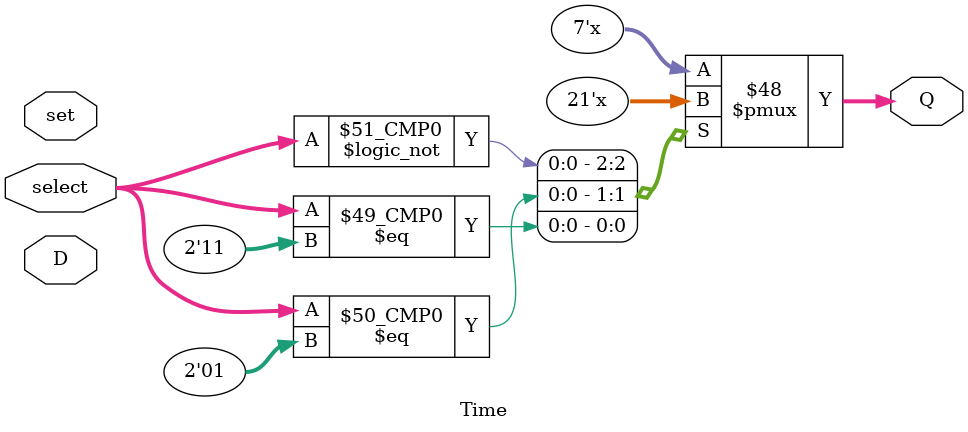
<source format=v>
module Time(set, select, D, Q);
	input 				set;				// set = 0/1: output/input data.
	input[1:0] 			select;
	input[6:0] 			D;
	output reg[6:0]	Q;
	
	reg[6:0] tR, tY, tG;
	
	initial begin
		tR = 'd35;
		tY = 'd04;
		tG = 'd25;
	end

	always @(*) begin
		case (select)
			2'b00: if (set) tR = D; else Q = tR;
			2'b01: if (set) tY = D; else Q = tY;
			2'b11: if (set) tG = D; else Q = tG;
		endcase
	end
endmodule 
</source>
